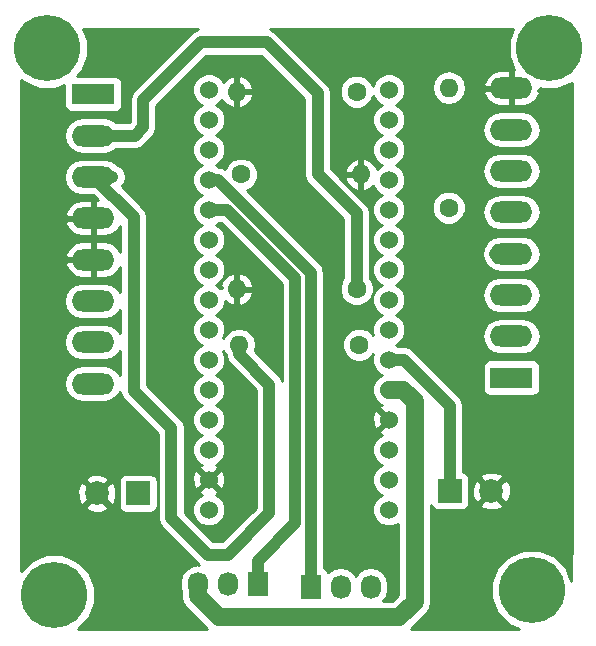
<source format=gbl>
G04 #@! TF.FileFunction,Copper,L2,Bot,Signal*
%FSLAX46Y46*%
G04 Gerber Fmt 4.6, Leading zero omitted, Abs format (unit mm)*
G04 Created by KiCad (PCBNEW 4.0.5+dfsg1-4) date Sat Feb 18 23:14:43 2017*
%MOMM*%
%LPD*%
G01*
G04 APERTURE LIST*
%ADD10C,0.100000*%
%ADD11R,2.000000X2.000000*%
%ADD12C,2.000000*%
%ADD13R,3.600000X1.800000*%
%ADD14O,3.600000X1.800000*%
%ADD15R,1.727200X2.032000*%
%ADD16O,1.727200X2.032000*%
%ADD17C,1.524000*%
%ADD18C,1.600000*%
%ADD19O,1.600000X1.600000*%
%ADD20C,5.600000*%
%ADD21C,1.000000*%
%ADD22C,1.500000*%
%ADD23C,0.254000*%
G04 APERTURE END LIST*
D10*
D11*
X136000000Y-112200000D03*
D12*
X132500000Y-112200000D03*
D11*
X162400000Y-112000000D03*
D12*
X165900000Y-112000000D03*
D13*
X167600000Y-102400000D03*
D14*
X167600000Y-98900000D03*
X167600000Y-95400000D03*
X167600000Y-91900000D03*
X167600000Y-88400000D03*
X167600000Y-84900000D03*
X167600000Y-81400000D03*
X167600000Y-77900000D03*
D13*
X132200000Y-78400000D03*
D14*
X132200000Y-81900000D03*
X132200000Y-85400000D03*
X132200000Y-88900000D03*
X132200000Y-92400000D03*
X132200000Y-95900000D03*
X132200000Y-99400000D03*
X132200000Y-102900000D03*
D15*
X150600000Y-120100000D03*
D16*
X153140000Y-120100000D03*
X155680000Y-120100000D03*
D15*
X146100000Y-119900000D03*
D16*
X143560000Y-119900000D03*
X141020000Y-119900000D03*
D17*
X141980000Y-78020000D03*
X141980000Y-80560000D03*
X141980000Y-83100000D03*
X141980000Y-85640000D03*
X141980000Y-88180000D03*
X141980000Y-90720000D03*
X141980000Y-93260000D03*
X141980000Y-95800000D03*
X141980000Y-98340000D03*
X141980000Y-100880000D03*
X141980000Y-103420000D03*
X141980000Y-105960000D03*
X141980000Y-108500000D03*
X141980000Y-111040000D03*
X141980000Y-113580000D03*
X157220000Y-113580000D03*
X157220000Y-111040000D03*
X157220000Y-108500000D03*
X157220000Y-105960000D03*
X157220000Y-103420000D03*
X157220000Y-100880000D03*
X157220000Y-98340000D03*
X157220000Y-95800000D03*
X157220000Y-93260000D03*
X157220000Y-90720000D03*
X157220000Y-88180000D03*
X157220000Y-85640000D03*
X157220000Y-83100000D03*
X157220000Y-80560000D03*
X157220000Y-78020000D03*
D18*
X154500000Y-94900000D03*
D19*
X144340000Y-94900000D03*
D18*
X144700000Y-85200000D03*
D19*
X154860000Y-85200000D03*
D18*
X154500000Y-78200000D03*
D19*
X144340000Y-78200000D03*
D18*
X154700000Y-99600000D03*
D19*
X144540000Y-99600000D03*
D18*
X162300000Y-88000000D03*
D19*
X162300000Y-77840000D03*
D20*
X170800000Y-74500000D03*
X128300000Y-74500000D03*
X128900000Y-120800000D03*
X169300000Y-120400000D03*
D21*
X154500000Y-94900000D02*
X154500000Y-88500000D01*
X135700000Y-81900000D02*
X132200000Y-81900000D01*
X136400000Y-81200000D02*
X135700000Y-81900000D01*
X136400000Y-78900000D02*
X136400000Y-81200000D01*
X141300000Y-74000000D02*
X136400000Y-78900000D01*
X146900000Y-74000000D02*
X141300000Y-74000000D01*
X151200000Y-78300000D02*
X146900000Y-74000000D01*
X151200000Y-85200000D02*
X151200000Y-78300000D01*
X154500000Y-88500000D02*
X151200000Y-85200000D01*
X167600000Y-91900000D02*
X166200000Y-91900000D01*
X144540000Y-99600000D02*
X144540000Y-100440000D01*
X135600000Y-88800000D02*
X132200000Y-85400000D01*
X135600000Y-103500000D02*
X135600000Y-88800000D01*
X138800000Y-106700000D02*
X135600000Y-103500000D01*
X138800000Y-114300000D02*
X138800000Y-106700000D01*
X141900000Y-117400000D02*
X138800000Y-114300000D01*
X143600000Y-117400000D02*
X141900000Y-117400000D01*
X147100000Y-113900000D02*
X143600000Y-117400000D01*
X147100000Y-103000000D02*
X147100000Y-113900000D01*
X144540000Y-100440000D02*
X147100000Y-103000000D01*
X132300000Y-85300000D02*
X132200000Y-85400000D01*
X133800000Y-85400000D02*
X132200000Y-85400000D01*
X162400000Y-112000000D02*
X162400000Y-104800000D01*
X158480000Y-100880000D02*
X157220000Y-100880000D01*
X162400000Y-104800000D02*
X158480000Y-100880000D01*
X150600000Y-120100000D02*
X150600000Y-93500000D01*
X150600000Y-93500000D02*
X142740000Y-85640000D01*
X142740000Y-85640000D02*
X141980000Y-85640000D01*
D22*
X141020000Y-119900000D02*
X141020000Y-120920000D01*
X158420000Y-103420000D02*
X157220000Y-103420000D01*
X159400000Y-104400000D02*
X158420000Y-103420000D01*
X159400000Y-121400000D02*
X159400000Y-104400000D01*
X158100000Y-122700000D02*
X159400000Y-121400000D01*
X142800000Y-122700000D02*
X158100000Y-122700000D01*
X141020000Y-120920000D02*
X142800000Y-122700000D01*
D21*
X146100000Y-119900000D02*
X146100000Y-117899998D01*
X143480000Y-88180000D02*
X141980000Y-88180000D01*
X149300000Y-94000000D02*
X143480000Y-88180000D01*
X149300000Y-114699998D02*
X149300000Y-94000000D01*
X146100000Y-117899998D02*
X149300000Y-114699998D01*
D23*
G36*
X140865654Y-72951397D02*
X140497433Y-73197434D01*
X135597434Y-78097434D01*
X135351397Y-78465654D01*
X135265000Y-78900000D01*
X135265000Y-80729867D01*
X135229868Y-80765000D01*
X134158895Y-80765000D01*
X133735123Y-80481845D01*
X133147704Y-80365000D01*
X131252296Y-80365000D01*
X130664877Y-80481845D01*
X130166887Y-80814591D01*
X129834141Y-81312581D01*
X129717296Y-81900000D01*
X129834141Y-82487419D01*
X130166887Y-82985409D01*
X130664877Y-83318155D01*
X131252296Y-83435000D01*
X133147704Y-83435000D01*
X133735123Y-83318155D01*
X134158895Y-83035000D01*
X135700000Y-83035000D01*
X136134346Y-82948603D01*
X136502566Y-82702566D01*
X137202566Y-82002567D01*
X137448603Y-81634346D01*
X137535000Y-81200000D01*
X137535000Y-79370132D01*
X141770133Y-75135000D01*
X146429868Y-75135000D01*
X150065000Y-78770132D01*
X150065000Y-85200000D01*
X150151397Y-85634346D01*
X150285033Y-85834346D01*
X150397434Y-86002566D01*
X153365000Y-88970132D01*
X153365000Y-94005394D01*
X153284176Y-94086077D01*
X153065250Y-94613309D01*
X153064752Y-95184187D01*
X153282757Y-95711800D01*
X153686077Y-96115824D01*
X154213309Y-96334750D01*
X154784187Y-96335248D01*
X155311800Y-96117243D01*
X155715824Y-95713923D01*
X155934750Y-95186691D01*
X155935248Y-94615813D01*
X155717243Y-94088200D01*
X155635000Y-94005813D01*
X155635000Y-88500000D01*
X155548603Y-88065654D01*
X155302566Y-87697434D01*
X153154171Y-85549039D01*
X153468096Y-85549039D01*
X153628959Y-85937423D01*
X154004866Y-86352389D01*
X154510959Y-86591914D01*
X154733000Y-86470629D01*
X154733000Y-85327000D01*
X153590085Y-85327000D01*
X153468096Y-85549039D01*
X153154171Y-85549039D01*
X152456093Y-84850961D01*
X153468096Y-84850961D01*
X153590085Y-85073000D01*
X154733000Y-85073000D01*
X154733000Y-83929371D01*
X154510959Y-83808086D01*
X154004866Y-84047611D01*
X153628959Y-84462577D01*
X153468096Y-84850961D01*
X152456093Y-84850961D01*
X152335000Y-84729868D01*
X152335000Y-78300000D01*
X152248603Y-77865654D01*
X152002566Y-77497434D01*
X147702566Y-73197434D01*
X147422051Y-73010000D01*
X147334346Y-72951397D01*
X147126230Y-72910000D01*
X167740862Y-72910000D01*
X167365597Y-73813739D01*
X167364405Y-75180266D01*
X167853926Y-76365000D01*
X167727000Y-76365000D01*
X167727000Y-77773000D01*
X167747000Y-77773000D01*
X167747000Y-78027000D01*
X167727000Y-78027000D01*
X167727000Y-79435000D01*
X168627000Y-79435000D01*
X169204752Y-79269554D01*
X169675212Y-78895606D01*
X169966756Y-78370086D01*
X169991036Y-78264740D01*
X169870379Y-78027002D01*
X170035000Y-78027002D01*
X170035000Y-77901708D01*
X170113739Y-77934403D01*
X171480266Y-77935595D01*
X172690000Y-77435744D01*
X172690000Y-115195944D01*
X172681421Y-119588622D01*
X172213750Y-118456771D01*
X171248312Y-117489646D01*
X169986261Y-116965597D01*
X168619734Y-116964405D01*
X167356771Y-117486250D01*
X166389646Y-118451688D01*
X165865597Y-119713739D01*
X165864405Y-121080266D01*
X166386250Y-122343229D01*
X167351688Y-123310354D01*
X168265978Y-123690000D01*
X159063394Y-123690000D01*
X159079343Y-123679343D01*
X160379343Y-122379343D01*
X160679574Y-121930016D01*
X160785000Y-121400000D01*
X160785000Y-113172404D01*
X160796838Y-113235317D01*
X160935910Y-113451441D01*
X161148110Y-113596431D01*
X161400000Y-113647440D01*
X163400000Y-113647440D01*
X163635317Y-113603162D01*
X163851441Y-113464090D01*
X163996431Y-113251890D01*
X164016551Y-113152532D01*
X164927073Y-113152532D01*
X165025736Y-113419387D01*
X165635461Y-113645908D01*
X166285460Y-113621856D01*
X166774264Y-113419387D01*
X166872927Y-113152532D01*
X165900000Y-112179605D01*
X164927073Y-113152532D01*
X164016551Y-113152532D01*
X164047440Y-113000000D01*
X164047440Y-111735461D01*
X164254092Y-111735461D01*
X164278144Y-112385460D01*
X164480613Y-112874264D01*
X164747468Y-112972927D01*
X165720395Y-112000000D01*
X166079605Y-112000000D01*
X167052532Y-112972927D01*
X167319387Y-112874264D01*
X167545908Y-112264539D01*
X167521856Y-111614540D01*
X167319387Y-111125736D01*
X167052532Y-111027073D01*
X166079605Y-112000000D01*
X165720395Y-112000000D01*
X164747468Y-111027073D01*
X164480613Y-111125736D01*
X164254092Y-111735461D01*
X164047440Y-111735461D01*
X164047440Y-111000000D01*
X164018740Y-110847468D01*
X164927073Y-110847468D01*
X165900000Y-111820395D01*
X166872927Y-110847468D01*
X166774264Y-110580613D01*
X166164539Y-110354092D01*
X165514540Y-110378144D01*
X165025736Y-110580613D01*
X164927073Y-110847468D01*
X164018740Y-110847468D01*
X164003162Y-110764683D01*
X163864090Y-110548559D01*
X163651890Y-110403569D01*
X163535000Y-110379898D01*
X163535000Y-104800000D01*
X163448603Y-104365654D01*
X163202566Y-103997434D01*
X160705132Y-101500000D01*
X165152560Y-101500000D01*
X165152560Y-103300000D01*
X165196838Y-103535317D01*
X165335910Y-103751441D01*
X165548110Y-103896431D01*
X165800000Y-103947440D01*
X169400000Y-103947440D01*
X169635317Y-103903162D01*
X169851441Y-103764090D01*
X169996431Y-103551890D01*
X170047440Y-103300000D01*
X170047440Y-101500000D01*
X170003162Y-101264683D01*
X169864090Y-101048559D01*
X169651890Y-100903569D01*
X169400000Y-100852560D01*
X165800000Y-100852560D01*
X165564683Y-100896838D01*
X165348559Y-101035910D01*
X165203569Y-101248110D01*
X165152560Y-101500000D01*
X160705132Y-101500000D01*
X159282566Y-100077434D01*
X159144841Y-99985409D01*
X158914346Y-99831397D01*
X158480000Y-99745000D01*
X158060914Y-99745000D01*
X158012370Y-99696371D01*
X157804488Y-99610051D01*
X158010303Y-99525010D01*
X158403629Y-99132370D01*
X158500117Y-98900000D01*
X165117296Y-98900000D01*
X165234141Y-99487419D01*
X165566887Y-99985409D01*
X166064877Y-100318155D01*
X166652296Y-100435000D01*
X168547704Y-100435000D01*
X169135123Y-100318155D01*
X169633113Y-99985409D01*
X169965859Y-99487419D01*
X170082704Y-98900000D01*
X169965859Y-98312581D01*
X169633113Y-97814591D01*
X169135123Y-97481845D01*
X168547704Y-97365000D01*
X166652296Y-97365000D01*
X166064877Y-97481845D01*
X165566887Y-97814591D01*
X165234141Y-98312581D01*
X165117296Y-98900000D01*
X158500117Y-98900000D01*
X158616757Y-98619100D01*
X158617242Y-98063339D01*
X158405010Y-97549697D01*
X158012370Y-97156371D01*
X157804488Y-97070051D01*
X158010303Y-96985010D01*
X158403629Y-96592370D01*
X158616757Y-96079100D01*
X158617242Y-95523339D01*
X158566280Y-95400000D01*
X165117296Y-95400000D01*
X165234141Y-95987419D01*
X165566887Y-96485409D01*
X166064877Y-96818155D01*
X166652296Y-96935000D01*
X168547704Y-96935000D01*
X169135123Y-96818155D01*
X169633113Y-96485409D01*
X169965859Y-95987419D01*
X170082704Y-95400000D01*
X169965859Y-94812581D01*
X169633113Y-94314591D01*
X169135123Y-93981845D01*
X168547704Y-93865000D01*
X166652296Y-93865000D01*
X166064877Y-93981845D01*
X165566887Y-94314591D01*
X165234141Y-94812581D01*
X165117296Y-95400000D01*
X158566280Y-95400000D01*
X158405010Y-95009697D01*
X158012370Y-94616371D01*
X157804488Y-94530051D01*
X158010303Y-94445010D01*
X158403629Y-94052370D01*
X158616757Y-93539100D01*
X158617242Y-92983339D01*
X158405010Y-92469697D01*
X158012370Y-92076371D01*
X157804488Y-91990051D01*
X158010303Y-91905010D01*
X158015321Y-91900000D01*
X165065000Y-91900000D01*
X165151397Y-92334346D01*
X165225860Y-92445788D01*
X165234141Y-92487419D01*
X165566887Y-92985409D01*
X166064877Y-93318155D01*
X166652296Y-93435000D01*
X168547704Y-93435000D01*
X169135123Y-93318155D01*
X169633113Y-92985409D01*
X169965859Y-92487419D01*
X170082704Y-91900000D01*
X169965859Y-91312581D01*
X169633113Y-90814591D01*
X169135123Y-90481845D01*
X168547704Y-90365000D01*
X166652296Y-90365000D01*
X166064877Y-90481845D01*
X165566887Y-90814591D01*
X165234141Y-91312581D01*
X165225860Y-91354212D01*
X165151397Y-91465654D01*
X165065000Y-91900000D01*
X158015321Y-91900000D01*
X158403629Y-91512370D01*
X158616757Y-90999100D01*
X158617242Y-90443339D01*
X158405010Y-89929697D01*
X158012370Y-89536371D01*
X157804488Y-89450051D01*
X158010303Y-89365010D01*
X158403629Y-88972370D01*
X158616757Y-88459100D01*
X158616909Y-88284187D01*
X160864752Y-88284187D01*
X161082757Y-88811800D01*
X161486077Y-89215824D01*
X162013309Y-89434750D01*
X162584187Y-89435248D01*
X163111800Y-89217243D01*
X163515824Y-88813923D01*
X163687699Y-88400000D01*
X165117296Y-88400000D01*
X165234141Y-88987419D01*
X165566887Y-89485409D01*
X166064877Y-89818155D01*
X166652296Y-89935000D01*
X168547704Y-89935000D01*
X169135123Y-89818155D01*
X169633113Y-89485409D01*
X169965859Y-88987419D01*
X170082704Y-88400000D01*
X169965859Y-87812581D01*
X169633113Y-87314591D01*
X169135123Y-86981845D01*
X168547704Y-86865000D01*
X166652296Y-86865000D01*
X166064877Y-86981845D01*
X165566887Y-87314591D01*
X165234141Y-87812581D01*
X165117296Y-88400000D01*
X163687699Y-88400000D01*
X163734750Y-88286691D01*
X163735248Y-87715813D01*
X163517243Y-87188200D01*
X163113923Y-86784176D01*
X162586691Y-86565250D01*
X162015813Y-86564752D01*
X161488200Y-86782757D01*
X161084176Y-87186077D01*
X160865250Y-87713309D01*
X160864752Y-88284187D01*
X158616909Y-88284187D01*
X158617242Y-87903339D01*
X158405010Y-87389697D01*
X158012370Y-86996371D01*
X157804488Y-86910051D01*
X158010303Y-86825010D01*
X158403629Y-86432370D01*
X158616757Y-85919100D01*
X158617242Y-85363339D01*
X158425795Y-84900000D01*
X165117296Y-84900000D01*
X165234141Y-85487419D01*
X165566887Y-85985409D01*
X166064877Y-86318155D01*
X166652296Y-86435000D01*
X168547704Y-86435000D01*
X169135123Y-86318155D01*
X169633113Y-85985409D01*
X169965859Y-85487419D01*
X170082704Y-84900000D01*
X169965859Y-84312581D01*
X169633113Y-83814591D01*
X169135123Y-83481845D01*
X168547704Y-83365000D01*
X166652296Y-83365000D01*
X166064877Y-83481845D01*
X165566887Y-83814591D01*
X165234141Y-84312581D01*
X165117296Y-84900000D01*
X158425795Y-84900000D01*
X158405010Y-84849697D01*
X158012370Y-84456371D01*
X157804488Y-84370051D01*
X158010303Y-84285010D01*
X158403629Y-83892370D01*
X158616757Y-83379100D01*
X158617242Y-82823339D01*
X158405010Y-82309697D01*
X158012370Y-81916371D01*
X157804488Y-81830051D01*
X158010303Y-81745010D01*
X158355915Y-81400000D01*
X165117296Y-81400000D01*
X165234141Y-81987419D01*
X165566887Y-82485409D01*
X166064877Y-82818155D01*
X166652296Y-82935000D01*
X168547704Y-82935000D01*
X169135123Y-82818155D01*
X169633113Y-82485409D01*
X169965859Y-81987419D01*
X170082704Y-81400000D01*
X169965859Y-80812581D01*
X169633113Y-80314591D01*
X169135123Y-79981845D01*
X168547704Y-79865000D01*
X166652296Y-79865000D01*
X166064877Y-79981845D01*
X165566887Y-80314591D01*
X165234141Y-80812581D01*
X165117296Y-81400000D01*
X158355915Y-81400000D01*
X158403629Y-81352370D01*
X158616757Y-80839100D01*
X158617242Y-80283339D01*
X158405010Y-79769697D01*
X158012370Y-79376371D01*
X157804488Y-79290051D01*
X158010303Y-79205010D01*
X158403629Y-78812370D01*
X158616757Y-78299100D01*
X158617182Y-77811887D01*
X160865000Y-77811887D01*
X160865000Y-77868113D01*
X160974233Y-78417264D01*
X161285302Y-78882811D01*
X161750849Y-79193880D01*
X162300000Y-79303113D01*
X162849151Y-79193880D01*
X163314698Y-78882811D01*
X163625767Y-78417264D01*
X163656105Y-78264740D01*
X165208964Y-78264740D01*
X165233244Y-78370086D01*
X165524788Y-78895606D01*
X165995248Y-79269554D01*
X166573000Y-79435000D01*
X167473000Y-79435000D01*
X167473000Y-78027000D01*
X165329622Y-78027000D01*
X165208964Y-78264740D01*
X163656105Y-78264740D01*
X163735000Y-77868113D01*
X163735000Y-77811887D01*
X163679976Y-77535260D01*
X165208964Y-77535260D01*
X165329622Y-77773000D01*
X167473000Y-77773000D01*
X167473000Y-76365000D01*
X166573000Y-76365000D01*
X165995248Y-76530446D01*
X165524788Y-76904394D01*
X165233244Y-77429914D01*
X165208964Y-77535260D01*
X163679976Y-77535260D01*
X163625767Y-77262736D01*
X163314698Y-76797189D01*
X162849151Y-76486120D01*
X162300000Y-76376887D01*
X161750849Y-76486120D01*
X161285302Y-76797189D01*
X160974233Y-77262736D01*
X160865000Y-77811887D01*
X158617182Y-77811887D01*
X158617242Y-77743339D01*
X158405010Y-77229697D01*
X158012370Y-76836371D01*
X157499100Y-76623243D01*
X156943339Y-76622758D01*
X156429697Y-76834990D01*
X156036371Y-77227630D01*
X155843158Y-77692939D01*
X155717243Y-77388200D01*
X155313923Y-76984176D01*
X154786691Y-76765250D01*
X154215813Y-76764752D01*
X153688200Y-76982757D01*
X153284176Y-77386077D01*
X153065250Y-77913309D01*
X153064752Y-78484187D01*
X153282757Y-79011800D01*
X153686077Y-79415824D01*
X154213309Y-79634750D01*
X154784187Y-79635248D01*
X155311800Y-79417243D01*
X155715824Y-79013923D01*
X155917972Y-78527097D01*
X156034990Y-78810303D01*
X156427630Y-79203629D01*
X156635512Y-79289949D01*
X156429697Y-79374990D01*
X156036371Y-79767630D01*
X155823243Y-80280900D01*
X155822758Y-80836661D01*
X156034990Y-81350303D01*
X156427630Y-81743629D01*
X156635512Y-81829949D01*
X156429697Y-81914990D01*
X156036371Y-82307630D01*
X155823243Y-82820900D01*
X155822758Y-83376661D01*
X156034990Y-83890303D01*
X156427630Y-84283629D01*
X156635512Y-84369949D01*
X156429697Y-84454990D01*
X156187881Y-84696385D01*
X156091041Y-84462577D01*
X155715134Y-84047611D01*
X155209041Y-83808086D01*
X154987000Y-83929371D01*
X154987000Y-85073000D01*
X155007000Y-85073000D01*
X155007000Y-85327000D01*
X154987000Y-85327000D01*
X154987000Y-86470629D01*
X155209041Y-86591914D01*
X155715134Y-86352389D01*
X155912688Y-86134308D01*
X156034990Y-86430303D01*
X156427630Y-86823629D01*
X156635512Y-86909949D01*
X156429697Y-86994990D01*
X156036371Y-87387630D01*
X155823243Y-87900900D01*
X155822758Y-88456661D01*
X156034990Y-88970303D01*
X156427630Y-89363629D01*
X156635512Y-89449949D01*
X156429697Y-89534990D01*
X156036371Y-89927630D01*
X155823243Y-90440900D01*
X155822758Y-90996661D01*
X156034990Y-91510303D01*
X156427630Y-91903629D01*
X156635512Y-91989949D01*
X156429697Y-92074990D01*
X156036371Y-92467630D01*
X155823243Y-92980900D01*
X155822758Y-93536661D01*
X156034990Y-94050303D01*
X156427630Y-94443629D01*
X156635512Y-94529949D01*
X156429697Y-94614990D01*
X156036371Y-95007630D01*
X155823243Y-95520900D01*
X155822758Y-96076661D01*
X156034990Y-96590303D01*
X156427630Y-96983629D01*
X156635512Y-97069949D01*
X156429697Y-97154990D01*
X156036371Y-97547630D01*
X155823243Y-98060900D01*
X155822758Y-98616661D01*
X155876965Y-98747851D01*
X155513923Y-98384176D01*
X154986691Y-98165250D01*
X154415813Y-98164752D01*
X153888200Y-98382757D01*
X153484176Y-98786077D01*
X153265250Y-99313309D01*
X153264752Y-99884187D01*
X153482757Y-100411800D01*
X153886077Y-100815824D01*
X154413309Y-101034750D01*
X154984187Y-101035248D01*
X155511800Y-100817243D01*
X155890304Y-100439398D01*
X155823243Y-100600900D01*
X155822758Y-101156661D01*
X156034990Y-101670303D01*
X156427630Y-102063629D01*
X156635512Y-102149949D01*
X156429697Y-102234990D01*
X156036371Y-102627630D01*
X155823243Y-103140900D01*
X155822758Y-103696661D01*
X156034990Y-104210303D01*
X156427630Y-104603629D01*
X156619727Y-104683395D01*
X156488857Y-104737603D01*
X156419392Y-104979787D01*
X157220000Y-105780395D01*
X157234143Y-105766253D01*
X157413748Y-105945858D01*
X157399605Y-105960000D01*
X157413748Y-105974143D01*
X157234143Y-106153748D01*
X157220000Y-106139605D01*
X156419392Y-106940213D01*
X156488857Y-107182397D01*
X156629318Y-107232509D01*
X156429697Y-107314990D01*
X156036371Y-107707630D01*
X155823243Y-108220900D01*
X155822758Y-108776661D01*
X156034990Y-109290303D01*
X156427630Y-109683629D01*
X156635512Y-109769949D01*
X156429697Y-109854990D01*
X156036371Y-110247630D01*
X155823243Y-110760900D01*
X155822758Y-111316661D01*
X156034990Y-111830303D01*
X156427630Y-112223629D01*
X156635512Y-112309949D01*
X156429697Y-112394990D01*
X156036371Y-112787630D01*
X155823243Y-113300900D01*
X155822758Y-113856661D01*
X156034990Y-114370303D01*
X156427630Y-114763629D01*
X156940900Y-114976757D01*
X157496661Y-114977242D01*
X158010303Y-114765010D01*
X158015000Y-114760321D01*
X158015000Y-120826314D01*
X157526314Y-121315000D01*
X156759324Y-121315000D01*
X157064526Y-120858234D01*
X157178600Y-120284745D01*
X157178600Y-119915255D01*
X157064526Y-119341766D01*
X156739670Y-118855585D01*
X156253489Y-118530729D01*
X155680000Y-118416655D01*
X155106511Y-118530729D01*
X154620330Y-118855585D01*
X154410000Y-119170366D01*
X154199670Y-118855585D01*
X153713489Y-118530729D01*
X153140000Y-118416655D01*
X152566511Y-118530729D01*
X152080330Y-118855585D01*
X152070757Y-118869913D01*
X152066762Y-118848683D01*
X151927690Y-118632559D01*
X151735000Y-118500900D01*
X151735000Y-105752302D01*
X155810856Y-105752302D01*
X155838638Y-106307368D01*
X155997603Y-106691143D01*
X156239787Y-106760608D01*
X157040395Y-105960000D01*
X156239787Y-105159392D01*
X155997603Y-105228857D01*
X155810856Y-105752302D01*
X151735000Y-105752302D01*
X151735000Y-93500000D01*
X151674816Y-93197434D01*
X151648604Y-93065655D01*
X151402566Y-92697434D01*
X145236236Y-86531104D01*
X145511800Y-86417243D01*
X145915824Y-86013923D01*
X146134750Y-85486691D01*
X146135248Y-84915813D01*
X145917243Y-84388200D01*
X145513923Y-83984176D01*
X144986691Y-83765250D01*
X144415813Y-83764752D01*
X143888200Y-83982757D01*
X143484176Y-84386077D01*
X143350144Y-84708862D01*
X143174346Y-84591397D01*
X142840962Y-84525083D01*
X142772370Y-84456371D01*
X142564488Y-84370051D01*
X142770303Y-84285010D01*
X143163629Y-83892370D01*
X143376757Y-83379100D01*
X143377242Y-82823339D01*
X143165010Y-82309697D01*
X142772370Y-81916371D01*
X142564488Y-81830051D01*
X142770303Y-81745010D01*
X143163629Y-81352370D01*
X143376757Y-80839100D01*
X143377242Y-80283339D01*
X143165010Y-79769697D01*
X142772370Y-79376371D01*
X142564488Y-79290051D01*
X142770303Y-79205010D01*
X143088307Y-78887561D01*
X143108959Y-78937423D01*
X143484866Y-79352389D01*
X143990959Y-79591914D01*
X144213000Y-79470629D01*
X144213000Y-78327000D01*
X144467000Y-78327000D01*
X144467000Y-79470629D01*
X144689041Y-79591914D01*
X145195134Y-79352389D01*
X145571041Y-78937423D01*
X145731904Y-78549039D01*
X145609915Y-78327000D01*
X144467000Y-78327000D01*
X144213000Y-78327000D01*
X144193000Y-78327000D01*
X144193000Y-78073000D01*
X144213000Y-78073000D01*
X144213000Y-76929371D01*
X144467000Y-76929371D01*
X144467000Y-78073000D01*
X145609915Y-78073000D01*
X145731904Y-77850961D01*
X145571041Y-77462577D01*
X145195134Y-77047611D01*
X144689041Y-76808086D01*
X144467000Y-76929371D01*
X144213000Y-76929371D01*
X143990959Y-76808086D01*
X143484866Y-77047611D01*
X143213534Y-77347136D01*
X143165010Y-77229697D01*
X142772370Y-76836371D01*
X142259100Y-76623243D01*
X141703339Y-76622758D01*
X141189697Y-76834990D01*
X140796371Y-77227630D01*
X140583243Y-77740900D01*
X140582758Y-78296661D01*
X140794990Y-78810303D01*
X141187630Y-79203629D01*
X141395512Y-79289949D01*
X141189697Y-79374990D01*
X140796371Y-79767630D01*
X140583243Y-80280900D01*
X140582758Y-80836661D01*
X140794990Y-81350303D01*
X141187630Y-81743629D01*
X141395512Y-81829949D01*
X141189697Y-81914990D01*
X140796371Y-82307630D01*
X140583243Y-82820900D01*
X140582758Y-83376661D01*
X140794990Y-83890303D01*
X141187630Y-84283629D01*
X141395512Y-84369949D01*
X141189697Y-84454990D01*
X140796371Y-84847630D01*
X140583243Y-85360900D01*
X140582758Y-85916661D01*
X140794990Y-86430303D01*
X141187630Y-86823629D01*
X141395512Y-86909949D01*
X141189697Y-86994990D01*
X140796371Y-87387630D01*
X140583243Y-87900900D01*
X140582758Y-88456661D01*
X140794990Y-88970303D01*
X141187630Y-89363629D01*
X141395512Y-89449949D01*
X141189697Y-89534990D01*
X140796371Y-89927630D01*
X140583243Y-90440900D01*
X140582758Y-90996661D01*
X140794990Y-91510303D01*
X141187630Y-91903629D01*
X141395512Y-91989949D01*
X141189697Y-92074990D01*
X140796371Y-92467630D01*
X140583243Y-92980900D01*
X140582758Y-93536661D01*
X140794990Y-94050303D01*
X141187630Y-94443629D01*
X141395512Y-94529949D01*
X141189697Y-94614990D01*
X140796371Y-95007630D01*
X140583243Y-95520900D01*
X140582758Y-96076661D01*
X140794990Y-96590303D01*
X141187630Y-96983629D01*
X141395512Y-97069949D01*
X141189697Y-97154990D01*
X140796371Y-97547630D01*
X140583243Y-98060900D01*
X140582758Y-98616661D01*
X140794990Y-99130303D01*
X141187630Y-99523629D01*
X141395512Y-99609949D01*
X141189697Y-99694990D01*
X140796371Y-100087630D01*
X140583243Y-100600900D01*
X140582758Y-101156661D01*
X140794990Y-101670303D01*
X141187630Y-102063629D01*
X141395512Y-102149949D01*
X141189697Y-102234990D01*
X140796371Y-102627630D01*
X140583243Y-103140900D01*
X140582758Y-103696661D01*
X140794990Y-104210303D01*
X141187630Y-104603629D01*
X141395512Y-104689949D01*
X141189697Y-104774990D01*
X140796371Y-105167630D01*
X140583243Y-105680900D01*
X140582758Y-106236661D01*
X140794990Y-106750303D01*
X141187630Y-107143629D01*
X141395512Y-107229949D01*
X141189697Y-107314990D01*
X140796371Y-107707630D01*
X140583243Y-108220900D01*
X140582758Y-108776661D01*
X140794990Y-109290303D01*
X141187630Y-109683629D01*
X141379727Y-109763395D01*
X141248857Y-109817603D01*
X141179392Y-110059787D01*
X141980000Y-110860395D01*
X142780608Y-110059787D01*
X142711143Y-109817603D01*
X142570682Y-109767491D01*
X142770303Y-109685010D01*
X143163629Y-109292370D01*
X143376757Y-108779100D01*
X143377242Y-108223339D01*
X143165010Y-107709697D01*
X142772370Y-107316371D01*
X142564488Y-107230051D01*
X142770303Y-107145010D01*
X143163629Y-106752370D01*
X143376757Y-106239100D01*
X143377242Y-105683339D01*
X143165010Y-105169697D01*
X142772370Y-104776371D01*
X142564488Y-104690051D01*
X142770303Y-104605010D01*
X143163629Y-104212370D01*
X143376757Y-103699100D01*
X143377242Y-103143339D01*
X143165010Y-102629697D01*
X142772370Y-102236371D01*
X142564488Y-102150051D01*
X142770303Y-102065010D01*
X143163629Y-101672370D01*
X143376757Y-101159100D01*
X143377242Y-100603339D01*
X143195176Y-100162704D01*
X143415402Y-100492296D01*
X143491397Y-100874346D01*
X143599351Y-101035910D01*
X143737434Y-101242566D01*
X145965000Y-103470132D01*
X145965000Y-113429867D01*
X143129868Y-116265000D01*
X142370132Y-116265000D01*
X139961793Y-113856661D01*
X140582758Y-113856661D01*
X140794990Y-114370303D01*
X141187630Y-114763629D01*
X141700900Y-114976757D01*
X142256661Y-114977242D01*
X142770303Y-114765010D01*
X143163629Y-114372370D01*
X143376757Y-113859100D01*
X143377242Y-113303339D01*
X143165010Y-112789697D01*
X142772370Y-112396371D01*
X142580273Y-112316605D01*
X142711143Y-112262397D01*
X142780608Y-112020213D01*
X141980000Y-111219605D01*
X141179392Y-112020213D01*
X141248857Y-112262397D01*
X141389318Y-112312509D01*
X141189697Y-112394990D01*
X140796371Y-112787630D01*
X140583243Y-113300900D01*
X140582758Y-113856661D01*
X139961793Y-113856661D01*
X139935000Y-113829868D01*
X139935000Y-110832302D01*
X140570856Y-110832302D01*
X140598638Y-111387368D01*
X140757603Y-111771143D01*
X140999787Y-111840608D01*
X141800395Y-111040000D01*
X142159605Y-111040000D01*
X142960213Y-111840608D01*
X143202397Y-111771143D01*
X143389144Y-111247698D01*
X143361362Y-110692632D01*
X143202397Y-110308857D01*
X142960213Y-110239392D01*
X142159605Y-111040000D01*
X141800395Y-111040000D01*
X140999787Y-110239392D01*
X140757603Y-110308857D01*
X140570856Y-110832302D01*
X139935000Y-110832302D01*
X139935000Y-106700000D01*
X139848603Y-106265654D01*
X139602566Y-105897434D01*
X136735000Y-103029868D01*
X136735000Y-88800000D01*
X136648603Y-88365654D01*
X136402566Y-87997434D01*
X134604622Y-86199490D01*
X134848603Y-85834346D01*
X134935000Y-85400000D01*
X134848603Y-84965654D01*
X134602566Y-84597434D01*
X134276547Y-84379595D01*
X134233113Y-84314591D01*
X133735123Y-83981845D01*
X133147704Y-83865000D01*
X131252296Y-83865000D01*
X130664877Y-83981845D01*
X130166887Y-84314591D01*
X129834141Y-84812581D01*
X129717296Y-85400000D01*
X129834141Y-85987419D01*
X130166887Y-86485409D01*
X130664877Y-86818155D01*
X131252296Y-86935000D01*
X132129868Y-86935000D01*
X132559868Y-87365000D01*
X132327000Y-87365000D01*
X132327000Y-88773000D01*
X132347000Y-88773000D01*
X132347000Y-89027000D01*
X132327000Y-89027000D01*
X132327000Y-90435000D01*
X133227000Y-90435000D01*
X133804752Y-90269554D01*
X134275212Y-89895606D01*
X134465000Y-89553505D01*
X134465000Y-91746495D01*
X134275212Y-91404394D01*
X133804752Y-91030446D01*
X133227000Y-90865000D01*
X132327000Y-90865000D01*
X132327000Y-92273000D01*
X132347000Y-92273000D01*
X132347000Y-92527000D01*
X132327000Y-92527000D01*
X132327000Y-93935000D01*
X133227000Y-93935000D01*
X133804752Y-93769554D01*
X134275212Y-93395606D01*
X134465000Y-93053505D01*
X134465000Y-95161635D01*
X134233113Y-94814591D01*
X133735123Y-94481845D01*
X133147704Y-94365000D01*
X131252296Y-94365000D01*
X130664877Y-94481845D01*
X130166887Y-94814591D01*
X129834141Y-95312581D01*
X129717296Y-95900000D01*
X129834141Y-96487419D01*
X130166887Y-96985409D01*
X130664877Y-97318155D01*
X131252296Y-97435000D01*
X133147704Y-97435000D01*
X133735123Y-97318155D01*
X134233113Y-96985409D01*
X134465000Y-96638365D01*
X134465000Y-98661635D01*
X134233113Y-98314591D01*
X133735123Y-97981845D01*
X133147704Y-97865000D01*
X131252296Y-97865000D01*
X130664877Y-97981845D01*
X130166887Y-98314591D01*
X129834141Y-98812581D01*
X129717296Y-99400000D01*
X129834141Y-99987419D01*
X130166887Y-100485409D01*
X130664877Y-100818155D01*
X131252296Y-100935000D01*
X133147704Y-100935000D01*
X133735123Y-100818155D01*
X134233113Y-100485409D01*
X134465000Y-100138365D01*
X134465000Y-102161635D01*
X134233113Y-101814591D01*
X133735123Y-101481845D01*
X133147704Y-101365000D01*
X131252296Y-101365000D01*
X130664877Y-101481845D01*
X130166887Y-101814591D01*
X129834141Y-102312581D01*
X129717296Y-102900000D01*
X129834141Y-103487419D01*
X130166887Y-103985409D01*
X130664877Y-104318155D01*
X131252296Y-104435000D01*
X133147704Y-104435000D01*
X133735123Y-104318155D01*
X134233113Y-103985409D01*
X134486209Y-103606624D01*
X134551397Y-103934346D01*
X134685470Y-104135000D01*
X134797434Y-104302566D01*
X137665000Y-107170132D01*
X137665000Y-114300000D01*
X137751397Y-114734346D01*
X137894559Y-114948603D01*
X137997434Y-115102566D01*
X141097434Y-118202566D01*
X141160280Y-118244558D01*
X141020000Y-118216655D01*
X140446511Y-118330729D01*
X139960330Y-118655585D01*
X139635474Y-119141766D01*
X139521400Y-119715255D01*
X139521400Y-120084745D01*
X139635000Y-120655851D01*
X139635000Y-120920000D01*
X139740427Y-121450017D01*
X139920264Y-121719162D01*
X140040657Y-121899343D01*
X141820657Y-123679343D01*
X141836606Y-123690000D01*
X130867021Y-123690000D01*
X131810354Y-122748312D01*
X132334403Y-121486261D01*
X132335595Y-120119734D01*
X131813750Y-118856771D01*
X130848312Y-117889646D01*
X129586261Y-117365597D01*
X128219734Y-117364405D01*
X126956771Y-117886250D01*
X126110000Y-118731544D01*
X126110000Y-113352532D01*
X131527073Y-113352532D01*
X131625736Y-113619387D01*
X132235461Y-113845908D01*
X132885460Y-113821856D01*
X133374264Y-113619387D01*
X133472927Y-113352532D01*
X132500000Y-112379605D01*
X131527073Y-113352532D01*
X126110000Y-113352532D01*
X126110000Y-111935461D01*
X130854092Y-111935461D01*
X130878144Y-112585460D01*
X131080613Y-113074264D01*
X131347468Y-113172927D01*
X132320395Y-112200000D01*
X132679605Y-112200000D01*
X133652532Y-113172927D01*
X133919387Y-113074264D01*
X134145908Y-112464539D01*
X134121856Y-111814540D01*
X133919387Y-111325736D01*
X133652532Y-111227073D01*
X132679605Y-112200000D01*
X132320395Y-112200000D01*
X131347468Y-111227073D01*
X131080613Y-111325736D01*
X130854092Y-111935461D01*
X126110000Y-111935461D01*
X126110000Y-111047468D01*
X131527073Y-111047468D01*
X132500000Y-112020395D01*
X133320395Y-111200000D01*
X134352560Y-111200000D01*
X134352560Y-113200000D01*
X134396838Y-113435317D01*
X134535910Y-113651441D01*
X134748110Y-113796431D01*
X135000000Y-113847440D01*
X137000000Y-113847440D01*
X137235317Y-113803162D01*
X137451441Y-113664090D01*
X137596431Y-113451890D01*
X137647440Y-113200000D01*
X137647440Y-111200000D01*
X137603162Y-110964683D01*
X137464090Y-110748559D01*
X137251890Y-110603569D01*
X137000000Y-110552560D01*
X135000000Y-110552560D01*
X134764683Y-110596838D01*
X134548559Y-110735910D01*
X134403569Y-110948110D01*
X134352560Y-111200000D01*
X133320395Y-111200000D01*
X133472927Y-111047468D01*
X133374264Y-110780613D01*
X132764539Y-110554092D01*
X132114540Y-110578144D01*
X131625736Y-110780613D01*
X131527073Y-111047468D01*
X126110000Y-111047468D01*
X126110000Y-92764740D01*
X129808964Y-92764740D01*
X129833244Y-92870086D01*
X130124788Y-93395606D01*
X130595248Y-93769554D01*
X131173000Y-93935000D01*
X132073000Y-93935000D01*
X132073000Y-92527000D01*
X129929622Y-92527000D01*
X129808964Y-92764740D01*
X126110000Y-92764740D01*
X126110000Y-92035260D01*
X129808964Y-92035260D01*
X129929622Y-92273000D01*
X132073000Y-92273000D01*
X132073000Y-90865000D01*
X131173000Y-90865000D01*
X130595248Y-91030446D01*
X130124788Y-91404394D01*
X129833244Y-91929914D01*
X129808964Y-92035260D01*
X126110000Y-92035260D01*
X126110000Y-89264740D01*
X129808964Y-89264740D01*
X129833244Y-89370086D01*
X130124788Y-89895606D01*
X130595248Y-90269554D01*
X131173000Y-90435000D01*
X132073000Y-90435000D01*
X132073000Y-89027000D01*
X129929622Y-89027000D01*
X129808964Y-89264740D01*
X126110000Y-89264740D01*
X126110000Y-88535260D01*
X129808964Y-88535260D01*
X129929622Y-88773000D01*
X132073000Y-88773000D01*
X132073000Y-87365000D01*
X131173000Y-87365000D01*
X130595248Y-87530446D01*
X130124788Y-87904394D01*
X129833244Y-88429914D01*
X129808964Y-88535260D01*
X126110000Y-88535260D01*
X126110000Y-77168244D01*
X126351688Y-77410354D01*
X127613739Y-77934403D01*
X128980266Y-77935595D01*
X129752560Y-77616490D01*
X129752560Y-79300000D01*
X129796838Y-79535317D01*
X129935910Y-79751441D01*
X130148110Y-79896431D01*
X130400000Y-79947440D01*
X134000000Y-79947440D01*
X134235317Y-79903162D01*
X134451441Y-79764090D01*
X134596431Y-79551890D01*
X134647440Y-79300000D01*
X134647440Y-77500000D01*
X134603162Y-77264683D01*
X134464090Y-77048559D01*
X134251890Y-76903569D01*
X134000000Y-76852560D01*
X130805400Y-76852560D01*
X131210354Y-76448312D01*
X131734403Y-75186261D01*
X131735595Y-73819734D01*
X131362080Y-72915757D01*
X134056233Y-72910000D01*
X141073770Y-72910000D01*
X140865654Y-72951397D01*
X140865654Y-72951397D01*
G37*
X140865654Y-72951397D02*
X140497433Y-73197434D01*
X135597434Y-78097434D01*
X135351397Y-78465654D01*
X135265000Y-78900000D01*
X135265000Y-80729867D01*
X135229868Y-80765000D01*
X134158895Y-80765000D01*
X133735123Y-80481845D01*
X133147704Y-80365000D01*
X131252296Y-80365000D01*
X130664877Y-80481845D01*
X130166887Y-80814591D01*
X129834141Y-81312581D01*
X129717296Y-81900000D01*
X129834141Y-82487419D01*
X130166887Y-82985409D01*
X130664877Y-83318155D01*
X131252296Y-83435000D01*
X133147704Y-83435000D01*
X133735123Y-83318155D01*
X134158895Y-83035000D01*
X135700000Y-83035000D01*
X136134346Y-82948603D01*
X136502566Y-82702566D01*
X137202566Y-82002567D01*
X137448603Y-81634346D01*
X137535000Y-81200000D01*
X137535000Y-79370132D01*
X141770133Y-75135000D01*
X146429868Y-75135000D01*
X150065000Y-78770132D01*
X150065000Y-85200000D01*
X150151397Y-85634346D01*
X150285033Y-85834346D01*
X150397434Y-86002566D01*
X153365000Y-88970132D01*
X153365000Y-94005394D01*
X153284176Y-94086077D01*
X153065250Y-94613309D01*
X153064752Y-95184187D01*
X153282757Y-95711800D01*
X153686077Y-96115824D01*
X154213309Y-96334750D01*
X154784187Y-96335248D01*
X155311800Y-96117243D01*
X155715824Y-95713923D01*
X155934750Y-95186691D01*
X155935248Y-94615813D01*
X155717243Y-94088200D01*
X155635000Y-94005813D01*
X155635000Y-88500000D01*
X155548603Y-88065654D01*
X155302566Y-87697434D01*
X153154171Y-85549039D01*
X153468096Y-85549039D01*
X153628959Y-85937423D01*
X154004866Y-86352389D01*
X154510959Y-86591914D01*
X154733000Y-86470629D01*
X154733000Y-85327000D01*
X153590085Y-85327000D01*
X153468096Y-85549039D01*
X153154171Y-85549039D01*
X152456093Y-84850961D01*
X153468096Y-84850961D01*
X153590085Y-85073000D01*
X154733000Y-85073000D01*
X154733000Y-83929371D01*
X154510959Y-83808086D01*
X154004866Y-84047611D01*
X153628959Y-84462577D01*
X153468096Y-84850961D01*
X152456093Y-84850961D01*
X152335000Y-84729868D01*
X152335000Y-78300000D01*
X152248603Y-77865654D01*
X152002566Y-77497434D01*
X147702566Y-73197434D01*
X147422051Y-73010000D01*
X147334346Y-72951397D01*
X147126230Y-72910000D01*
X167740862Y-72910000D01*
X167365597Y-73813739D01*
X167364405Y-75180266D01*
X167853926Y-76365000D01*
X167727000Y-76365000D01*
X167727000Y-77773000D01*
X167747000Y-77773000D01*
X167747000Y-78027000D01*
X167727000Y-78027000D01*
X167727000Y-79435000D01*
X168627000Y-79435000D01*
X169204752Y-79269554D01*
X169675212Y-78895606D01*
X169966756Y-78370086D01*
X169991036Y-78264740D01*
X169870379Y-78027002D01*
X170035000Y-78027002D01*
X170035000Y-77901708D01*
X170113739Y-77934403D01*
X171480266Y-77935595D01*
X172690000Y-77435744D01*
X172690000Y-115195944D01*
X172681421Y-119588622D01*
X172213750Y-118456771D01*
X171248312Y-117489646D01*
X169986261Y-116965597D01*
X168619734Y-116964405D01*
X167356771Y-117486250D01*
X166389646Y-118451688D01*
X165865597Y-119713739D01*
X165864405Y-121080266D01*
X166386250Y-122343229D01*
X167351688Y-123310354D01*
X168265978Y-123690000D01*
X159063394Y-123690000D01*
X159079343Y-123679343D01*
X160379343Y-122379343D01*
X160679574Y-121930016D01*
X160785000Y-121400000D01*
X160785000Y-113172404D01*
X160796838Y-113235317D01*
X160935910Y-113451441D01*
X161148110Y-113596431D01*
X161400000Y-113647440D01*
X163400000Y-113647440D01*
X163635317Y-113603162D01*
X163851441Y-113464090D01*
X163996431Y-113251890D01*
X164016551Y-113152532D01*
X164927073Y-113152532D01*
X165025736Y-113419387D01*
X165635461Y-113645908D01*
X166285460Y-113621856D01*
X166774264Y-113419387D01*
X166872927Y-113152532D01*
X165900000Y-112179605D01*
X164927073Y-113152532D01*
X164016551Y-113152532D01*
X164047440Y-113000000D01*
X164047440Y-111735461D01*
X164254092Y-111735461D01*
X164278144Y-112385460D01*
X164480613Y-112874264D01*
X164747468Y-112972927D01*
X165720395Y-112000000D01*
X166079605Y-112000000D01*
X167052532Y-112972927D01*
X167319387Y-112874264D01*
X167545908Y-112264539D01*
X167521856Y-111614540D01*
X167319387Y-111125736D01*
X167052532Y-111027073D01*
X166079605Y-112000000D01*
X165720395Y-112000000D01*
X164747468Y-111027073D01*
X164480613Y-111125736D01*
X164254092Y-111735461D01*
X164047440Y-111735461D01*
X164047440Y-111000000D01*
X164018740Y-110847468D01*
X164927073Y-110847468D01*
X165900000Y-111820395D01*
X166872927Y-110847468D01*
X166774264Y-110580613D01*
X166164539Y-110354092D01*
X165514540Y-110378144D01*
X165025736Y-110580613D01*
X164927073Y-110847468D01*
X164018740Y-110847468D01*
X164003162Y-110764683D01*
X163864090Y-110548559D01*
X163651890Y-110403569D01*
X163535000Y-110379898D01*
X163535000Y-104800000D01*
X163448603Y-104365654D01*
X163202566Y-103997434D01*
X160705132Y-101500000D01*
X165152560Y-101500000D01*
X165152560Y-103300000D01*
X165196838Y-103535317D01*
X165335910Y-103751441D01*
X165548110Y-103896431D01*
X165800000Y-103947440D01*
X169400000Y-103947440D01*
X169635317Y-103903162D01*
X169851441Y-103764090D01*
X169996431Y-103551890D01*
X170047440Y-103300000D01*
X170047440Y-101500000D01*
X170003162Y-101264683D01*
X169864090Y-101048559D01*
X169651890Y-100903569D01*
X169400000Y-100852560D01*
X165800000Y-100852560D01*
X165564683Y-100896838D01*
X165348559Y-101035910D01*
X165203569Y-101248110D01*
X165152560Y-101500000D01*
X160705132Y-101500000D01*
X159282566Y-100077434D01*
X159144841Y-99985409D01*
X158914346Y-99831397D01*
X158480000Y-99745000D01*
X158060914Y-99745000D01*
X158012370Y-99696371D01*
X157804488Y-99610051D01*
X158010303Y-99525010D01*
X158403629Y-99132370D01*
X158500117Y-98900000D01*
X165117296Y-98900000D01*
X165234141Y-99487419D01*
X165566887Y-99985409D01*
X166064877Y-100318155D01*
X166652296Y-100435000D01*
X168547704Y-100435000D01*
X169135123Y-100318155D01*
X169633113Y-99985409D01*
X169965859Y-99487419D01*
X170082704Y-98900000D01*
X169965859Y-98312581D01*
X169633113Y-97814591D01*
X169135123Y-97481845D01*
X168547704Y-97365000D01*
X166652296Y-97365000D01*
X166064877Y-97481845D01*
X165566887Y-97814591D01*
X165234141Y-98312581D01*
X165117296Y-98900000D01*
X158500117Y-98900000D01*
X158616757Y-98619100D01*
X158617242Y-98063339D01*
X158405010Y-97549697D01*
X158012370Y-97156371D01*
X157804488Y-97070051D01*
X158010303Y-96985010D01*
X158403629Y-96592370D01*
X158616757Y-96079100D01*
X158617242Y-95523339D01*
X158566280Y-95400000D01*
X165117296Y-95400000D01*
X165234141Y-95987419D01*
X165566887Y-96485409D01*
X166064877Y-96818155D01*
X166652296Y-96935000D01*
X168547704Y-96935000D01*
X169135123Y-96818155D01*
X169633113Y-96485409D01*
X169965859Y-95987419D01*
X170082704Y-95400000D01*
X169965859Y-94812581D01*
X169633113Y-94314591D01*
X169135123Y-93981845D01*
X168547704Y-93865000D01*
X166652296Y-93865000D01*
X166064877Y-93981845D01*
X165566887Y-94314591D01*
X165234141Y-94812581D01*
X165117296Y-95400000D01*
X158566280Y-95400000D01*
X158405010Y-95009697D01*
X158012370Y-94616371D01*
X157804488Y-94530051D01*
X158010303Y-94445010D01*
X158403629Y-94052370D01*
X158616757Y-93539100D01*
X158617242Y-92983339D01*
X158405010Y-92469697D01*
X158012370Y-92076371D01*
X157804488Y-91990051D01*
X158010303Y-91905010D01*
X158015321Y-91900000D01*
X165065000Y-91900000D01*
X165151397Y-92334346D01*
X165225860Y-92445788D01*
X165234141Y-92487419D01*
X165566887Y-92985409D01*
X166064877Y-93318155D01*
X166652296Y-93435000D01*
X168547704Y-93435000D01*
X169135123Y-93318155D01*
X169633113Y-92985409D01*
X169965859Y-92487419D01*
X170082704Y-91900000D01*
X169965859Y-91312581D01*
X169633113Y-90814591D01*
X169135123Y-90481845D01*
X168547704Y-90365000D01*
X166652296Y-90365000D01*
X166064877Y-90481845D01*
X165566887Y-90814591D01*
X165234141Y-91312581D01*
X165225860Y-91354212D01*
X165151397Y-91465654D01*
X165065000Y-91900000D01*
X158015321Y-91900000D01*
X158403629Y-91512370D01*
X158616757Y-90999100D01*
X158617242Y-90443339D01*
X158405010Y-89929697D01*
X158012370Y-89536371D01*
X157804488Y-89450051D01*
X158010303Y-89365010D01*
X158403629Y-88972370D01*
X158616757Y-88459100D01*
X158616909Y-88284187D01*
X160864752Y-88284187D01*
X161082757Y-88811800D01*
X161486077Y-89215824D01*
X162013309Y-89434750D01*
X162584187Y-89435248D01*
X163111800Y-89217243D01*
X163515824Y-88813923D01*
X163687699Y-88400000D01*
X165117296Y-88400000D01*
X165234141Y-88987419D01*
X165566887Y-89485409D01*
X166064877Y-89818155D01*
X166652296Y-89935000D01*
X168547704Y-89935000D01*
X169135123Y-89818155D01*
X169633113Y-89485409D01*
X169965859Y-88987419D01*
X170082704Y-88400000D01*
X169965859Y-87812581D01*
X169633113Y-87314591D01*
X169135123Y-86981845D01*
X168547704Y-86865000D01*
X166652296Y-86865000D01*
X166064877Y-86981845D01*
X165566887Y-87314591D01*
X165234141Y-87812581D01*
X165117296Y-88400000D01*
X163687699Y-88400000D01*
X163734750Y-88286691D01*
X163735248Y-87715813D01*
X163517243Y-87188200D01*
X163113923Y-86784176D01*
X162586691Y-86565250D01*
X162015813Y-86564752D01*
X161488200Y-86782757D01*
X161084176Y-87186077D01*
X160865250Y-87713309D01*
X160864752Y-88284187D01*
X158616909Y-88284187D01*
X158617242Y-87903339D01*
X158405010Y-87389697D01*
X158012370Y-86996371D01*
X157804488Y-86910051D01*
X158010303Y-86825010D01*
X158403629Y-86432370D01*
X158616757Y-85919100D01*
X158617242Y-85363339D01*
X158425795Y-84900000D01*
X165117296Y-84900000D01*
X165234141Y-85487419D01*
X165566887Y-85985409D01*
X166064877Y-86318155D01*
X166652296Y-86435000D01*
X168547704Y-86435000D01*
X169135123Y-86318155D01*
X169633113Y-85985409D01*
X169965859Y-85487419D01*
X170082704Y-84900000D01*
X169965859Y-84312581D01*
X169633113Y-83814591D01*
X169135123Y-83481845D01*
X168547704Y-83365000D01*
X166652296Y-83365000D01*
X166064877Y-83481845D01*
X165566887Y-83814591D01*
X165234141Y-84312581D01*
X165117296Y-84900000D01*
X158425795Y-84900000D01*
X158405010Y-84849697D01*
X158012370Y-84456371D01*
X157804488Y-84370051D01*
X158010303Y-84285010D01*
X158403629Y-83892370D01*
X158616757Y-83379100D01*
X158617242Y-82823339D01*
X158405010Y-82309697D01*
X158012370Y-81916371D01*
X157804488Y-81830051D01*
X158010303Y-81745010D01*
X158355915Y-81400000D01*
X165117296Y-81400000D01*
X165234141Y-81987419D01*
X165566887Y-82485409D01*
X166064877Y-82818155D01*
X166652296Y-82935000D01*
X168547704Y-82935000D01*
X169135123Y-82818155D01*
X169633113Y-82485409D01*
X169965859Y-81987419D01*
X170082704Y-81400000D01*
X169965859Y-80812581D01*
X169633113Y-80314591D01*
X169135123Y-79981845D01*
X168547704Y-79865000D01*
X166652296Y-79865000D01*
X166064877Y-79981845D01*
X165566887Y-80314591D01*
X165234141Y-80812581D01*
X165117296Y-81400000D01*
X158355915Y-81400000D01*
X158403629Y-81352370D01*
X158616757Y-80839100D01*
X158617242Y-80283339D01*
X158405010Y-79769697D01*
X158012370Y-79376371D01*
X157804488Y-79290051D01*
X158010303Y-79205010D01*
X158403629Y-78812370D01*
X158616757Y-78299100D01*
X158617182Y-77811887D01*
X160865000Y-77811887D01*
X160865000Y-77868113D01*
X160974233Y-78417264D01*
X161285302Y-78882811D01*
X161750849Y-79193880D01*
X162300000Y-79303113D01*
X162849151Y-79193880D01*
X163314698Y-78882811D01*
X163625767Y-78417264D01*
X163656105Y-78264740D01*
X165208964Y-78264740D01*
X165233244Y-78370086D01*
X165524788Y-78895606D01*
X165995248Y-79269554D01*
X166573000Y-79435000D01*
X167473000Y-79435000D01*
X167473000Y-78027000D01*
X165329622Y-78027000D01*
X165208964Y-78264740D01*
X163656105Y-78264740D01*
X163735000Y-77868113D01*
X163735000Y-77811887D01*
X163679976Y-77535260D01*
X165208964Y-77535260D01*
X165329622Y-77773000D01*
X167473000Y-77773000D01*
X167473000Y-76365000D01*
X166573000Y-76365000D01*
X165995248Y-76530446D01*
X165524788Y-76904394D01*
X165233244Y-77429914D01*
X165208964Y-77535260D01*
X163679976Y-77535260D01*
X163625767Y-77262736D01*
X163314698Y-76797189D01*
X162849151Y-76486120D01*
X162300000Y-76376887D01*
X161750849Y-76486120D01*
X161285302Y-76797189D01*
X160974233Y-77262736D01*
X160865000Y-77811887D01*
X158617182Y-77811887D01*
X158617242Y-77743339D01*
X158405010Y-77229697D01*
X158012370Y-76836371D01*
X157499100Y-76623243D01*
X156943339Y-76622758D01*
X156429697Y-76834990D01*
X156036371Y-77227630D01*
X155843158Y-77692939D01*
X155717243Y-77388200D01*
X155313923Y-76984176D01*
X154786691Y-76765250D01*
X154215813Y-76764752D01*
X153688200Y-76982757D01*
X153284176Y-77386077D01*
X153065250Y-77913309D01*
X153064752Y-78484187D01*
X153282757Y-79011800D01*
X153686077Y-79415824D01*
X154213309Y-79634750D01*
X154784187Y-79635248D01*
X155311800Y-79417243D01*
X155715824Y-79013923D01*
X155917972Y-78527097D01*
X156034990Y-78810303D01*
X156427630Y-79203629D01*
X156635512Y-79289949D01*
X156429697Y-79374990D01*
X156036371Y-79767630D01*
X155823243Y-80280900D01*
X155822758Y-80836661D01*
X156034990Y-81350303D01*
X156427630Y-81743629D01*
X156635512Y-81829949D01*
X156429697Y-81914990D01*
X156036371Y-82307630D01*
X155823243Y-82820900D01*
X155822758Y-83376661D01*
X156034990Y-83890303D01*
X156427630Y-84283629D01*
X156635512Y-84369949D01*
X156429697Y-84454990D01*
X156187881Y-84696385D01*
X156091041Y-84462577D01*
X155715134Y-84047611D01*
X155209041Y-83808086D01*
X154987000Y-83929371D01*
X154987000Y-85073000D01*
X155007000Y-85073000D01*
X155007000Y-85327000D01*
X154987000Y-85327000D01*
X154987000Y-86470629D01*
X155209041Y-86591914D01*
X155715134Y-86352389D01*
X155912688Y-86134308D01*
X156034990Y-86430303D01*
X156427630Y-86823629D01*
X156635512Y-86909949D01*
X156429697Y-86994990D01*
X156036371Y-87387630D01*
X155823243Y-87900900D01*
X155822758Y-88456661D01*
X156034990Y-88970303D01*
X156427630Y-89363629D01*
X156635512Y-89449949D01*
X156429697Y-89534990D01*
X156036371Y-89927630D01*
X155823243Y-90440900D01*
X155822758Y-90996661D01*
X156034990Y-91510303D01*
X156427630Y-91903629D01*
X156635512Y-91989949D01*
X156429697Y-92074990D01*
X156036371Y-92467630D01*
X155823243Y-92980900D01*
X155822758Y-93536661D01*
X156034990Y-94050303D01*
X156427630Y-94443629D01*
X156635512Y-94529949D01*
X156429697Y-94614990D01*
X156036371Y-95007630D01*
X155823243Y-95520900D01*
X155822758Y-96076661D01*
X156034990Y-96590303D01*
X156427630Y-96983629D01*
X156635512Y-97069949D01*
X156429697Y-97154990D01*
X156036371Y-97547630D01*
X155823243Y-98060900D01*
X155822758Y-98616661D01*
X155876965Y-98747851D01*
X155513923Y-98384176D01*
X154986691Y-98165250D01*
X154415813Y-98164752D01*
X153888200Y-98382757D01*
X153484176Y-98786077D01*
X153265250Y-99313309D01*
X153264752Y-99884187D01*
X153482757Y-100411800D01*
X153886077Y-100815824D01*
X154413309Y-101034750D01*
X154984187Y-101035248D01*
X155511800Y-100817243D01*
X155890304Y-100439398D01*
X155823243Y-100600900D01*
X155822758Y-101156661D01*
X156034990Y-101670303D01*
X156427630Y-102063629D01*
X156635512Y-102149949D01*
X156429697Y-102234990D01*
X156036371Y-102627630D01*
X155823243Y-103140900D01*
X155822758Y-103696661D01*
X156034990Y-104210303D01*
X156427630Y-104603629D01*
X156619727Y-104683395D01*
X156488857Y-104737603D01*
X156419392Y-104979787D01*
X157220000Y-105780395D01*
X157234143Y-105766253D01*
X157413748Y-105945858D01*
X157399605Y-105960000D01*
X157413748Y-105974143D01*
X157234143Y-106153748D01*
X157220000Y-106139605D01*
X156419392Y-106940213D01*
X156488857Y-107182397D01*
X156629318Y-107232509D01*
X156429697Y-107314990D01*
X156036371Y-107707630D01*
X155823243Y-108220900D01*
X155822758Y-108776661D01*
X156034990Y-109290303D01*
X156427630Y-109683629D01*
X156635512Y-109769949D01*
X156429697Y-109854990D01*
X156036371Y-110247630D01*
X155823243Y-110760900D01*
X155822758Y-111316661D01*
X156034990Y-111830303D01*
X156427630Y-112223629D01*
X156635512Y-112309949D01*
X156429697Y-112394990D01*
X156036371Y-112787630D01*
X155823243Y-113300900D01*
X155822758Y-113856661D01*
X156034990Y-114370303D01*
X156427630Y-114763629D01*
X156940900Y-114976757D01*
X157496661Y-114977242D01*
X158010303Y-114765010D01*
X158015000Y-114760321D01*
X158015000Y-120826314D01*
X157526314Y-121315000D01*
X156759324Y-121315000D01*
X157064526Y-120858234D01*
X157178600Y-120284745D01*
X157178600Y-119915255D01*
X157064526Y-119341766D01*
X156739670Y-118855585D01*
X156253489Y-118530729D01*
X155680000Y-118416655D01*
X155106511Y-118530729D01*
X154620330Y-118855585D01*
X154410000Y-119170366D01*
X154199670Y-118855585D01*
X153713489Y-118530729D01*
X153140000Y-118416655D01*
X152566511Y-118530729D01*
X152080330Y-118855585D01*
X152070757Y-118869913D01*
X152066762Y-118848683D01*
X151927690Y-118632559D01*
X151735000Y-118500900D01*
X151735000Y-105752302D01*
X155810856Y-105752302D01*
X155838638Y-106307368D01*
X155997603Y-106691143D01*
X156239787Y-106760608D01*
X157040395Y-105960000D01*
X156239787Y-105159392D01*
X155997603Y-105228857D01*
X155810856Y-105752302D01*
X151735000Y-105752302D01*
X151735000Y-93500000D01*
X151674816Y-93197434D01*
X151648604Y-93065655D01*
X151402566Y-92697434D01*
X145236236Y-86531104D01*
X145511800Y-86417243D01*
X145915824Y-86013923D01*
X146134750Y-85486691D01*
X146135248Y-84915813D01*
X145917243Y-84388200D01*
X145513923Y-83984176D01*
X144986691Y-83765250D01*
X144415813Y-83764752D01*
X143888200Y-83982757D01*
X143484176Y-84386077D01*
X143350144Y-84708862D01*
X143174346Y-84591397D01*
X142840962Y-84525083D01*
X142772370Y-84456371D01*
X142564488Y-84370051D01*
X142770303Y-84285010D01*
X143163629Y-83892370D01*
X143376757Y-83379100D01*
X143377242Y-82823339D01*
X143165010Y-82309697D01*
X142772370Y-81916371D01*
X142564488Y-81830051D01*
X142770303Y-81745010D01*
X143163629Y-81352370D01*
X143376757Y-80839100D01*
X143377242Y-80283339D01*
X143165010Y-79769697D01*
X142772370Y-79376371D01*
X142564488Y-79290051D01*
X142770303Y-79205010D01*
X143088307Y-78887561D01*
X143108959Y-78937423D01*
X143484866Y-79352389D01*
X143990959Y-79591914D01*
X144213000Y-79470629D01*
X144213000Y-78327000D01*
X144467000Y-78327000D01*
X144467000Y-79470629D01*
X144689041Y-79591914D01*
X145195134Y-79352389D01*
X145571041Y-78937423D01*
X145731904Y-78549039D01*
X145609915Y-78327000D01*
X144467000Y-78327000D01*
X144213000Y-78327000D01*
X144193000Y-78327000D01*
X144193000Y-78073000D01*
X144213000Y-78073000D01*
X144213000Y-76929371D01*
X144467000Y-76929371D01*
X144467000Y-78073000D01*
X145609915Y-78073000D01*
X145731904Y-77850961D01*
X145571041Y-77462577D01*
X145195134Y-77047611D01*
X144689041Y-76808086D01*
X144467000Y-76929371D01*
X144213000Y-76929371D01*
X143990959Y-76808086D01*
X143484866Y-77047611D01*
X143213534Y-77347136D01*
X143165010Y-77229697D01*
X142772370Y-76836371D01*
X142259100Y-76623243D01*
X141703339Y-76622758D01*
X141189697Y-76834990D01*
X140796371Y-77227630D01*
X140583243Y-77740900D01*
X140582758Y-78296661D01*
X140794990Y-78810303D01*
X141187630Y-79203629D01*
X141395512Y-79289949D01*
X141189697Y-79374990D01*
X140796371Y-79767630D01*
X140583243Y-80280900D01*
X140582758Y-80836661D01*
X140794990Y-81350303D01*
X141187630Y-81743629D01*
X141395512Y-81829949D01*
X141189697Y-81914990D01*
X140796371Y-82307630D01*
X140583243Y-82820900D01*
X140582758Y-83376661D01*
X140794990Y-83890303D01*
X141187630Y-84283629D01*
X141395512Y-84369949D01*
X141189697Y-84454990D01*
X140796371Y-84847630D01*
X140583243Y-85360900D01*
X140582758Y-85916661D01*
X140794990Y-86430303D01*
X141187630Y-86823629D01*
X141395512Y-86909949D01*
X141189697Y-86994990D01*
X140796371Y-87387630D01*
X140583243Y-87900900D01*
X140582758Y-88456661D01*
X140794990Y-88970303D01*
X141187630Y-89363629D01*
X141395512Y-89449949D01*
X141189697Y-89534990D01*
X140796371Y-89927630D01*
X140583243Y-90440900D01*
X140582758Y-90996661D01*
X140794990Y-91510303D01*
X141187630Y-91903629D01*
X141395512Y-91989949D01*
X141189697Y-92074990D01*
X140796371Y-92467630D01*
X140583243Y-92980900D01*
X140582758Y-93536661D01*
X140794990Y-94050303D01*
X141187630Y-94443629D01*
X141395512Y-94529949D01*
X141189697Y-94614990D01*
X140796371Y-95007630D01*
X140583243Y-95520900D01*
X140582758Y-96076661D01*
X140794990Y-96590303D01*
X141187630Y-96983629D01*
X141395512Y-97069949D01*
X141189697Y-97154990D01*
X140796371Y-97547630D01*
X140583243Y-98060900D01*
X140582758Y-98616661D01*
X140794990Y-99130303D01*
X141187630Y-99523629D01*
X141395512Y-99609949D01*
X141189697Y-99694990D01*
X140796371Y-100087630D01*
X140583243Y-100600900D01*
X140582758Y-101156661D01*
X140794990Y-101670303D01*
X141187630Y-102063629D01*
X141395512Y-102149949D01*
X141189697Y-102234990D01*
X140796371Y-102627630D01*
X140583243Y-103140900D01*
X140582758Y-103696661D01*
X140794990Y-104210303D01*
X141187630Y-104603629D01*
X141395512Y-104689949D01*
X141189697Y-104774990D01*
X140796371Y-105167630D01*
X140583243Y-105680900D01*
X140582758Y-106236661D01*
X140794990Y-106750303D01*
X141187630Y-107143629D01*
X141395512Y-107229949D01*
X141189697Y-107314990D01*
X140796371Y-107707630D01*
X140583243Y-108220900D01*
X140582758Y-108776661D01*
X140794990Y-109290303D01*
X141187630Y-109683629D01*
X141379727Y-109763395D01*
X141248857Y-109817603D01*
X141179392Y-110059787D01*
X141980000Y-110860395D01*
X142780608Y-110059787D01*
X142711143Y-109817603D01*
X142570682Y-109767491D01*
X142770303Y-109685010D01*
X143163629Y-109292370D01*
X143376757Y-108779100D01*
X143377242Y-108223339D01*
X143165010Y-107709697D01*
X142772370Y-107316371D01*
X142564488Y-107230051D01*
X142770303Y-107145010D01*
X143163629Y-106752370D01*
X143376757Y-106239100D01*
X143377242Y-105683339D01*
X143165010Y-105169697D01*
X142772370Y-104776371D01*
X142564488Y-104690051D01*
X142770303Y-104605010D01*
X143163629Y-104212370D01*
X143376757Y-103699100D01*
X143377242Y-103143339D01*
X143165010Y-102629697D01*
X142772370Y-102236371D01*
X142564488Y-102150051D01*
X142770303Y-102065010D01*
X143163629Y-101672370D01*
X143376757Y-101159100D01*
X143377242Y-100603339D01*
X143195176Y-100162704D01*
X143415402Y-100492296D01*
X143491397Y-100874346D01*
X143599351Y-101035910D01*
X143737434Y-101242566D01*
X145965000Y-103470132D01*
X145965000Y-113429867D01*
X143129868Y-116265000D01*
X142370132Y-116265000D01*
X139961793Y-113856661D01*
X140582758Y-113856661D01*
X140794990Y-114370303D01*
X141187630Y-114763629D01*
X141700900Y-114976757D01*
X142256661Y-114977242D01*
X142770303Y-114765010D01*
X143163629Y-114372370D01*
X143376757Y-113859100D01*
X143377242Y-113303339D01*
X143165010Y-112789697D01*
X142772370Y-112396371D01*
X142580273Y-112316605D01*
X142711143Y-112262397D01*
X142780608Y-112020213D01*
X141980000Y-111219605D01*
X141179392Y-112020213D01*
X141248857Y-112262397D01*
X141389318Y-112312509D01*
X141189697Y-112394990D01*
X140796371Y-112787630D01*
X140583243Y-113300900D01*
X140582758Y-113856661D01*
X139961793Y-113856661D01*
X139935000Y-113829868D01*
X139935000Y-110832302D01*
X140570856Y-110832302D01*
X140598638Y-111387368D01*
X140757603Y-111771143D01*
X140999787Y-111840608D01*
X141800395Y-111040000D01*
X142159605Y-111040000D01*
X142960213Y-111840608D01*
X143202397Y-111771143D01*
X143389144Y-111247698D01*
X143361362Y-110692632D01*
X143202397Y-110308857D01*
X142960213Y-110239392D01*
X142159605Y-111040000D01*
X141800395Y-111040000D01*
X140999787Y-110239392D01*
X140757603Y-110308857D01*
X140570856Y-110832302D01*
X139935000Y-110832302D01*
X139935000Y-106700000D01*
X139848603Y-106265654D01*
X139602566Y-105897434D01*
X136735000Y-103029868D01*
X136735000Y-88800000D01*
X136648603Y-88365654D01*
X136402566Y-87997434D01*
X134604622Y-86199490D01*
X134848603Y-85834346D01*
X134935000Y-85400000D01*
X134848603Y-84965654D01*
X134602566Y-84597434D01*
X134276547Y-84379595D01*
X134233113Y-84314591D01*
X133735123Y-83981845D01*
X133147704Y-83865000D01*
X131252296Y-83865000D01*
X130664877Y-83981845D01*
X130166887Y-84314591D01*
X129834141Y-84812581D01*
X129717296Y-85400000D01*
X129834141Y-85987419D01*
X130166887Y-86485409D01*
X130664877Y-86818155D01*
X131252296Y-86935000D01*
X132129868Y-86935000D01*
X132559868Y-87365000D01*
X132327000Y-87365000D01*
X132327000Y-88773000D01*
X132347000Y-88773000D01*
X132347000Y-89027000D01*
X132327000Y-89027000D01*
X132327000Y-90435000D01*
X133227000Y-90435000D01*
X133804752Y-90269554D01*
X134275212Y-89895606D01*
X134465000Y-89553505D01*
X134465000Y-91746495D01*
X134275212Y-91404394D01*
X133804752Y-91030446D01*
X133227000Y-90865000D01*
X132327000Y-90865000D01*
X132327000Y-92273000D01*
X132347000Y-92273000D01*
X132347000Y-92527000D01*
X132327000Y-92527000D01*
X132327000Y-93935000D01*
X133227000Y-93935000D01*
X133804752Y-93769554D01*
X134275212Y-93395606D01*
X134465000Y-93053505D01*
X134465000Y-95161635D01*
X134233113Y-94814591D01*
X133735123Y-94481845D01*
X133147704Y-94365000D01*
X131252296Y-94365000D01*
X130664877Y-94481845D01*
X130166887Y-94814591D01*
X129834141Y-95312581D01*
X129717296Y-95900000D01*
X129834141Y-96487419D01*
X130166887Y-96985409D01*
X130664877Y-97318155D01*
X131252296Y-97435000D01*
X133147704Y-97435000D01*
X133735123Y-97318155D01*
X134233113Y-96985409D01*
X134465000Y-96638365D01*
X134465000Y-98661635D01*
X134233113Y-98314591D01*
X133735123Y-97981845D01*
X133147704Y-97865000D01*
X131252296Y-97865000D01*
X130664877Y-97981845D01*
X130166887Y-98314591D01*
X129834141Y-98812581D01*
X129717296Y-99400000D01*
X129834141Y-99987419D01*
X130166887Y-100485409D01*
X130664877Y-100818155D01*
X131252296Y-100935000D01*
X133147704Y-100935000D01*
X133735123Y-100818155D01*
X134233113Y-100485409D01*
X134465000Y-100138365D01*
X134465000Y-102161635D01*
X134233113Y-101814591D01*
X133735123Y-101481845D01*
X133147704Y-101365000D01*
X131252296Y-101365000D01*
X130664877Y-101481845D01*
X130166887Y-101814591D01*
X129834141Y-102312581D01*
X129717296Y-102900000D01*
X129834141Y-103487419D01*
X130166887Y-103985409D01*
X130664877Y-104318155D01*
X131252296Y-104435000D01*
X133147704Y-104435000D01*
X133735123Y-104318155D01*
X134233113Y-103985409D01*
X134486209Y-103606624D01*
X134551397Y-103934346D01*
X134685470Y-104135000D01*
X134797434Y-104302566D01*
X137665000Y-107170132D01*
X137665000Y-114300000D01*
X137751397Y-114734346D01*
X137894559Y-114948603D01*
X137997434Y-115102566D01*
X141097434Y-118202566D01*
X141160280Y-118244558D01*
X141020000Y-118216655D01*
X140446511Y-118330729D01*
X139960330Y-118655585D01*
X139635474Y-119141766D01*
X139521400Y-119715255D01*
X139521400Y-120084745D01*
X139635000Y-120655851D01*
X139635000Y-120920000D01*
X139740427Y-121450017D01*
X139920264Y-121719162D01*
X140040657Y-121899343D01*
X141820657Y-123679343D01*
X141836606Y-123690000D01*
X130867021Y-123690000D01*
X131810354Y-122748312D01*
X132334403Y-121486261D01*
X132335595Y-120119734D01*
X131813750Y-118856771D01*
X130848312Y-117889646D01*
X129586261Y-117365597D01*
X128219734Y-117364405D01*
X126956771Y-117886250D01*
X126110000Y-118731544D01*
X126110000Y-113352532D01*
X131527073Y-113352532D01*
X131625736Y-113619387D01*
X132235461Y-113845908D01*
X132885460Y-113821856D01*
X133374264Y-113619387D01*
X133472927Y-113352532D01*
X132500000Y-112379605D01*
X131527073Y-113352532D01*
X126110000Y-113352532D01*
X126110000Y-111935461D01*
X130854092Y-111935461D01*
X130878144Y-112585460D01*
X131080613Y-113074264D01*
X131347468Y-113172927D01*
X132320395Y-112200000D01*
X132679605Y-112200000D01*
X133652532Y-113172927D01*
X133919387Y-113074264D01*
X134145908Y-112464539D01*
X134121856Y-111814540D01*
X133919387Y-111325736D01*
X133652532Y-111227073D01*
X132679605Y-112200000D01*
X132320395Y-112200000D01*
X131347468Y-111227073D01*
X131080613Y-111325736D01*
X130854092Y-111935461D01*
X126110000Y-111935461D01*
X126110000Y-111047468D01*
X131527073Y-111047468D01*
X132500000Y-112020395D01*
X133320395Y-111200000D01*
X134352560Y-111200000D01*
X134352560Y-113200000D01*
X134396838Y-113435317D01*
X134535910Y-113651441D01*
X134748110Y-113796431D01*
X135000000Y-113847440D01*
X137000000Y-113847440D01*
X137235317Y-113803162D01*
X137451441Y-113664090D01*
X137596431Y-113451890D01*
X137647440Y-113200000D01*
X137647440Y-111200000D01*
X137603162Y-110964683D01*
X137464090Y-110748559D01*
X137251890Y-110603569D01*
X137000000Y-110552560D01*
X135000000Y-110552560D01*
X134764683Y-110596838D01*
X134548559Y-110735910D01*
X134403569Y-110948110D01*
X134352560Y-111200000D01*
X133320395Y-111200000D01*
X133472927Y-111047468D01*
X133374264Y-110780613D01*
X132764539Y-110554092D01*
X132114540Y-110578144D01*
X131625736Y-110780613D01*
X131527073Y-111047468D01*
X126110000Y-111047468D01*
X126110000Y-92764740D01*
X129808964Y-92764740D01*
X129833244Y-92870086D01*
X130124788Y-93395606D01*
X130595248Y-93769554D01*
X131173000Y-93935000D01*
X132073000Y-93935000D01*
X132073000Y-92527000D01*
X129929622Y-92527000D01*
X129808964Y-92764740D01*
X126110000Y-92764740D01*
X126110000Y-92035260D01*
X129808964Y-92035260D01*
X129929622Y-92273000D01*
X132073000Y-92273000D01*
X132073000Y-90865000D01*
X131173000Y-90865000D01*
X130595248Y-91030446D01*
X130124788Y-91404394D01*
X129833244Y-91929914D01*
X129808964Y-92035260D01*
X126110000Y-92035260D01*
X126110000Y-89264740D01*
X129808964Y-89264740D01*
X129833244Y-89370086D01*
X130124788Y-89895606D01*
X130595248Y-90269554D01*
X131173000Y-90435000D01*
X132073000Y-90435000D01*
X132073000Y-89027000D01*
X129929622Y-89027000D01*
X129808964Y-89264740D01*
X126110000Y-89264740D01*
X126110000Y-88535260D01*
X129808964Y-88535260D01*
X129929622Y-88773000D01*
X132073000Y-88773000D01*
X132073000Y-87365000D01*
X131173000Y-87365000D01*
X130595248Y-87530446D01*
X130124788Y-87904394D01*
X129833244Y-88429914D01*
X129808964Y-88535260D01*
X126110000Y-88535260D01*
X126110000Y-77168244D01*
X126351688Y-77410354D01*
X127613739Y-77934403D01*
X128980266Y-77935595D01*
X129752560Y-77616490D01*
X129752560Y-79300000D01*
X129796838Y-79535317D01*
X129935910Y-79751441D01*
X130148110Y-79896431D01*
X130400000Y-79947440D01*
X134000000Y-79947440D01*
X134235317Y-79903162D01*
X134451441Y-79764090D01*
X134596431Y-79551890D01*
X134647440Y-79300000D01*
X134647440Y-77500000D01*
X134603162Y-77264683D01*
X134464090Y-77048559D01*
X134251890Y-76903569D01*
X134000000Y-76852560D01*
X130805400Y-76852560D01*
X131210354Y-76448312D01*
X131734403Y-75186261D01*
X131735595Y-73819734D01*
X131362080Y-72915757D01*
X134056233Y-72910000D01*
X141073770Y-72910000D01*
X140865654Y-72951397D01*
G36*
X148165000Y-94470132D02*
X148165000Y-102648087D01*
X148148603Y-102565654D01*
X147902566Y-102197434D01*
X145878020Y-100172888D01*
X145893880Y-100149151D01*
X146003113Y-99600000D01*
X145893880Y-99050849D01*
X145582811Y-98585302D01*
X145117264Y-98274233D01*
X144568113Y-98165000D01*
X144511887Y-98165000D01*
X143962736Y-98274233D01*
X143497189Y-98585302D01*
X143216127Y-99005940D01*
X143376757Y-98619100D01*
X143377242Y-98063339D01*
X143165010Y-97549697D01*
X142772370Y-97156371D01*
X142564488Y-97070051D01*
X142770303Y-96985010D01*
X143163629Y-96592370D01*
X143376757Y-96079100D01*
X143376884Y-95933187D01*
X143484866Y-96052389D01*
X143990959Y-96291914D01*
X144213000Y-96170629D01*
X144213000Y-95027000D01*
X144467000Y-95027000D01*
X144467000Y-96170629D01*
X144689041Y-96291914D01*
X145195134Y-96052389D01*
X145571041Y-95637423D01*
X145731904Y-95249039D01*
X145609915Y-95027000D01*
X144467000Y-95027000D01*
X144213000Y-95027000D01*
X144193000Y-95027000D01*
X144193000Y-94773000D01*
X144213000Y-94773000D01*
X144213000Y-93629371D01*
X144467000Y-93629371D01*
X144467000Y-94773000D01*
X145609915Y-94773000D01*
X145731904Y-94550961D01*
X145571041Y-94162577D01*
X145195134Y-93747611D01*
X144689041Y-93508086D01*
X144467000Y-93629371D01*
X144213000Y-93629371D01*
X143990959Y-93508086D01*
X143484866Y-93747611D01*
X143108959Y-94162577D01*
X142948096Y-94550961D01*
X143070084Y-94772998D01*
X142928724Y-94772998D01*
X142772370Y-94616371D01*
X142564488Y-94530051D01*
X142770303Y-94445010D01*
X143163629Y-94052370D01*
X143376757Y-93539100D01*
X143377242Y-92983339D01*
X143165010Y-92469697D01*
X142772370Y-92076371D01*
X142564488Y-91990051D01*
X142770303Y-91905010D01*
X143163629Y-91512370D01*
X143376757Y-90999100D01*
X143377242Y-90443339D01*
X143165010Y-89929697D01*
X142772370Y-89536371D01*
X142564488Y-89450051D01*
X142770303Y-89365010D01*
X142820400Y-89315000D01*
X143009868Y-89315000D01*
X148165000Y-94470132D01*
X148165000Y-94470132D01*
G37*
X148165000Y-94470132D02*
X148165000Y-102648087D01*
X148148603Y-102565654D01*
X147902566Y-102197434D01*
X145878020Y-100172888D01*
X145893880Y-100149151D01*
X146003113Y-99600000D01*
X145893880Y-99050849D01*
X145582811Y-98585302D01*
X145117264Y-98274233D01*
X144568113Y-98165000D01*
X144511887Y-98165000D01*
X143962736Y-98274233D01*
X143497189Y-98585302D01*
X143216127Y-99005940D01*
X143376757Y-98619100D01*
X143377242Y-98063339D01*
X143165010Y-97549697D01*
X142772370Y-97156371D01*
X142564488Y-97070051D01*
X142770303Y-96985010D01*
X143163629Y-96592370D01*
X143376757Y-96079100D01*
X143376884Y-95933187D01*
X143484866Y-96052389D01*
X143990959Y-96291914D01*
X144213000Y-96170629D01*
X144213000Y-95027000D01*
X144467000Y-95027000D01*
X144467000Y-96170629D01*
X144689041Y-96291914D01*
X145195134Y-96052389D01*
X145571041Y-95637423D01*
X145731904Y-95249039D01*
X145609915Y-95027000D01*
X144467000Y-95027000D01*
X144213000Y-95027000D01*
X144193000Y-95027000D01*
X144193000Y-94773000D01*
X144213000Y-94773000D01*
X144213000Y-93629371D01*
X144467000Y-93629371D01*
X144467000Y-94773000D01*
X145609915Y-94773000D01*
X145731904Y-94550961D01*
X145571041Y-94162577D01*
X145195134Y-93747611D01*
X144689041Y-93508086D01*
X144467000Y-93629371D01*
X144213000Y-93629371D01*
X143990959Y-93508086D01*
X143484866Y-93747611D01*
X143108959Y-94162577D01*
X142948096Y-94550961D01*
X143070084Y-94772998D01*
X142928724Y-94772998D01*
X142772370Y-94616371D01*
X142564488Y-94530051D01*
X142770303Y-94445010D01*
X143163629Y-94052370D01*
X143376757Y-93539100D01*
X143377242Y-92983339D01*
X143165010Y-92469697D01*
X142772370Y-92076371D01*
X142564488Y-91990051D01*
X142770303Y-91905010D01*
X143163629Y-91512370D01*
X143376757Y-90999100D01*
X143377242Y-90443339D01*
X143165010Y-89929697D01*
X142772370Y-89536371D01*
X142564488Y-89450051D01*
X142770303Y-89365010D01*
X142820400Y-89315000D01*
X143009868Y-89315000D01*
X148165000Y-94470132D01*
M02*

</source>
